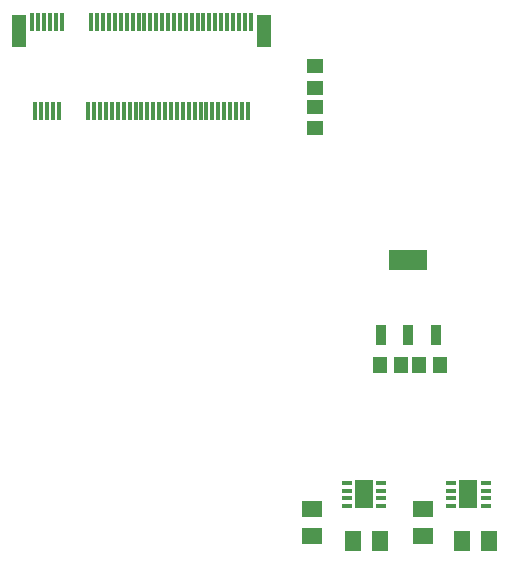
<source format=gtp>
G04*
G04 #@! TF.GenerationSoftware,Altium Limited,Altium Designer,23.8.1 (32)*
G04*
G04 Layer_Color=8421504*
%FSLAX44Y44*%
%MOMM*%
G71*
G04*
G04 #@! TF.SameCoordinates,C7883470-4D28-45A4-81C0-78593BF10AE1*
G04*
G04*
G04 #@! TF.FilePolarity,Positive*
G04*
G01*
G75*
%ADD16R,3.2500X1.7500*%
%ADD17R,0.9500X1.7500*%
%ADD18R,1.2000X2.7500*%
%ADD19R,0.3000X1.5500*%
%ADD20R,1.1500X1.4500*%
%ADD21R,1.4500X1.1500*%
%ADD22R,1.4000X1.7000*%
%ADD23R,1.7000X1.4000*%
%ADD24R,1.6000X2.4000*%
%ADD25R,0.9000X0.3500*%
D16*
X1328420Y1065280D02*
D03*
D17*
X1351420Y1002280D02*
D03*
X1328420D02*
D03*
X1305420D02*
D03*
D18*
X1205860Y1259120D02*
D03*
X998860D02*
D03*
D19*
X1194860Y1266870D02*
D03*
X1192360Y1191370D02*
D03*
X1189860Y1266870D02*
D03*
X1187360Y1191370D02*
D03*
X1184860Y1266870D02*
D03*
X1182360Y1191370D02*
D03*
X1179860Y1266870D02*
D03*
X1177360Y1191370D02*
D03*
X1174860Y1266870D02*
D03*
X1172360Y1191370D02*
D03*
X1169860Y1266870D02*
D03*
X1167360Y1191370D02*
D03*
X1164860Y1266870D02*
D03*
X1162360Y1191370D02*
D03*
X1159860Y1266870D02*
D03*
X1157360Y1191370D02*
D03*
X1154860Y1266870D02*
D03*
X1152360Y1191370D02*
D03*
X1149860Y1266870D02*
D03*
X1147360Y1191370D02*
D03*
X1144860Y1266870D02*
D03*
X1142360Y1191370D02*
D03*
X1139860Y1266870D02*
D03*
X1137360Y1191370D02*
D03*
X1134860Y1266870D02*
D03*
X1132360Y1191370D02*
D03*
X1129860Y1266870D02*
D03*
X1127360Y1191370D02*
D03*
X1124860Y1266870D02*
D03*
X1122360Y1191370D02*
D03*
X1119860Y1266870D02*
D03*
X1117360Y1191370D02*
D03*
X1114860Y1266870D02*
D03*
X1112360Y1191370D02*
D03*
X1109860Y1266870D02*
D03*
X1107360Y1191370D02*
D03*
X1104860Y1266870D02*
D03*
X1102360Y1191370D02*
D03*
X1099860Y1266870D02*
D03*
X1097360Y1191370D02*
D03*
X1094860Y1266870D02*
D03*
X1092360Y1191370D02*
D03*
X1089860Y1266870D02*
D03*
X1087360Y1191370D02*
D03*
X1084860Y1266870D02*
D03*
X1082360Y1191370D02*
D03*
X1079860Y1266870D02*
D03*
X1077360Y1191370D02*
D03*
X1074860Y1266870D02*
D03*
X1072360Y1191370D02*
D03*
X1069860Y1266870D02*
D03*
X1067360Y1191370D02*
D03*
X1064860Y1266870D02*
D03*
X1062360Y1191370D02*
D03*
X1059860Y1266870D02*
D03*
X1057360Y1191370D02*
D03*
X1034860Y1266870D02*
D03*
X1032360Y1191370D02*
D03*
X1029860Y1266870D02*
D03*
X1027360Y1191370D02*
D03*
X1024860Y1266870D02*
D03*
X1022360Y1191370D02*
D03*
X1019860Y1266870D02*
D03*
X1017360Y1191370D02*
D03*
X1014860Y1266870D02*
D03*
X1012360Y1191370D02*
D03*
X1009860Y1266870D02*
D03*
D20*
X1355090Y976630D02*
D03*
X1337090D02*
D03*
X1322180D02*
D03*
X1304180D02*
D03*
D21*
X1249680Y1195290D02*
D03*
Y1177290D02*
D03*
Y1211470D02*
D03*
Y1229470D02*
D03*
D22*
X1374140Y828040D02*
D03*
X1397000D02*
D03*
X1281430D02*
D03*
X1304290D02*
D03*
D23*
X1341120Y831850D02*
D03*
Y854710D02*
D03*
X1247140Y831850D02*
D03*
Y854710D02*
D03*
D24*
X1379220Y867000D02*
D03*
X1290850D02*
D03*
D25*
X1276350Y876750D02*
D03*
Y870250D02*
D03*
Y863750D02*
D03*
Y857250D02*
D03*
X1305350D02*
D03*
Y863750D02*
D03*
Y870250D02*
D03*
Y876750D02*
D03*
X1364720D02*
D03*
Y870250D02*
D03*
Y863750D02*
D03*
Y857250D02*
D03*
X1393720D02*
D03*
Y863750D02*
D03*
Y870250D02*
D03*
Y876750D02*
D03*
M02*

</source>
